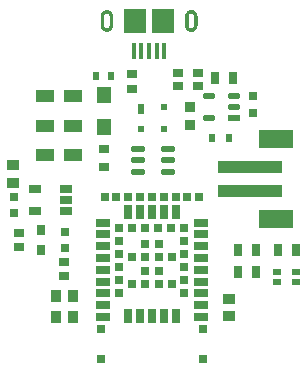
<source format=gtp>
G04*
G04 #@! TF.GenerationSoftware,Altium Limited,Altium Designer,20.2.6 (244)*
G04*
G04 Layer_Color=8421504*
%FSLAX25Y25*%
%MOIN*%
G70*
G04*
G04 #@! TF.SameCoordinates,8D702C91-D224-4EEC-953A-651AC819B964*
G04*
G04*
G04 #@! TF.FilePolarity,Positive*
G04*
G01*
G75*
%ADD13R,0.02362X0.03543*%
%ADD14R,0.02362X0.01968*%
%ADD15R,0.03543X0.03150*%
%ADD16R,0.01575X0.05512*%
%ADD17R,0.03150X0.03543*%
%ADD18R,0.06299X0.03937*%
%ADD19R,0.03543X0.03150*%
%ADD20R,0.04803X0.05512*%
%ADD21R,0.02953X0.03937*%
%ADD22R,0.04528X0.02756*%
%ADD23R,0.02756X0.04528*%
%ADD24R,0.02756X0.04528*%
%ADD25R,0.02756X0.02756*%
%ADD26R,0.04088X0.02118*%
G04:AMPARAMS|DCode=27|XSize=40.88mil|YSize=21.18mil|CornerRadius=10.59mil|HoleSize=0mil|Usage=FLASHONLY|Rotation=180.000|XOffset=0mil|YOffset=0mil|HoleType=Round|Shape=RoundedRectangle|*
%AMROUNDEDRECTD27*
21,1,0.04088,0.00000,0,0,180.0*
21,1,0.01970,0.02118,0,0,180.0*
1,1,0.02118,-0.00985,0.00000*
1,1,0.02118,0.00985,0.00000*
1,1,0.02118,0.00985,0.00000*
1,1,0.02118,-0.00985,0.00000*
%
%ADD27ROUNDEDRECTD27*%
%ADD28R,0.03591X0.03772*%
%ADD29R,0.21654X0.03937*%
%ADD30R,0.11811X0.06299*%
%ADD31R,0.07480X0.07874*%
%ADD32R,0.02756X0.02756*%
%ADD33R,0.02362X0.03150*%
%ADD34R,0.03150X0.02165*%
%ADD35R,0.02362X0.03150*%
%ADD36R,0.03197X0.02987*%
G04:AMPARAMS|DCode=37|XSize=43.31mil|YSize=23.62mil|CornerRadius=2.01mil|HoleSize=0mil|Usage=FLASHONLY|Rotation=180.000|XOffset=0mil|YOffset=0mil|HoleType=Round|Shape=RoundedRectangle|*
%AMROUNDEDRECTD37*
21,1,0.04331,0.01961,0,0,180.0*
21,1,0.03929,0.02362,0,0,180.0*
1,1,0.00402,-0.01965,0.00980*
1,1,0.00402,0.01965,0.00980*
1,1,0.00402,0.01965,-0.00980*
1,1,0.00402,-0.01965,-0.00980*
%
%ADD37ROUNDEDRECTD37*%
G04:AMPARAMS|DCode=38|XSize=47.64mil|YSize=23.23mil|CornerRadius=5.81mil|HoleSize=0mil|Usage=FLASHONLY|Rotation=180.000|XOffset=0mil|YOffset=0mil|HoleType=Round|Shape=RoundedRectangle|*
%AMROUNDEDRECTD38*
21,1,0.04764,0.01161,0,0,180.0*
21,1,0.03602,0.02323,0,0,180.0*
1,1,0.01161,-0.01801,0.00581*
1,1,0.01161,0.01801,0.00581*
1,1,0.01161,0.01801,-0.00581*
1,1,0.01161,-0.01801,-0.00581*
%
%ADD38ROUNDEDRECTD38*%
%ADD39R,0.02756X0.02559*%
%ADD40R,0.04134X0.03543*%
%ADD41R,0.03543X0.02953*%
%ADD42R,0.03858X0.03425*%
%ADD43R,0.03740X0.04134*%
G36*
X-14141Y120489D02*
X-14033Y120481D01*
X-13926Y120466D01*
X-13820Y120447D01*
X-13715Y120421D01*
X-13611Y120391D01*
X-13509Y120354D01*
X-13409Y120313D01*
X-13311Y120267D01*
X-13216Y120215D01*
X-13124Y120158D01*
X-13035Y120097D01*
X-12949Y120031D01*
X-12867Y119961D01*
X-12788Y119886D01*
X-12713Y119808D01*
X-12643Y119726D01*
X-12577Y119640D01*
X-12516Y119551D01*
X-12460Y119458D01*
X-12408Y119363D01*
X-12361Y119266D01*
X-12320Y119166D01*
X-12284Y119064D01*
X-12253Y118960D01*
X-12228Y118855D01*
X-12208Y118748D01*
X-12194Y118641D01*
X-12185Y118533D01*
X-12183Y118425D01*
Y116850D01*
Y115275D01*
X-12185Y115167D01*
X-12194Y115059D01*
X-12208Y114952D01*
X-12228Y114846D01*
X-12253Y114740D01*
X-12284Y114637D01*
X-12320Y114535D01*
X-12361Y114435D01*
X-12408Y114337D01*
X-12460Y114242D01*
X-12516Y114150D01*
X-12577Y114060D01*
X-12643Y113974D01*
X-12713Y113892D01*
X-12788Y113814D01*
X-12867Y113739D01*
X-12949Y113669D01*
X-13035Y113603D01*
X-13124Y113542D01*
X-13216Y113485D01*
X-13311Y113434D01*
X-13409Y113387D01*
X-13509Y113346D01*
X-13611Y113310D01*
X-13715Y113279D01*
X-13820Y113253D01*
X-13926Y113234D01*
X-14033Y113220D01*
X-14141Y113211D01*
X-14250Y113208D01*
X-14358Y113211D01*
X-14466Y113220D01*
X-14573Y113234D01*
X-14679Y113253D01*
X-14785Y113279D01*
X-14888Y113310D01*
X-14990Y113346D01*
X-15090Y113387D01*
X-15188Y113434D01*
X-15283Y113485D01*
X-15375Y113542D01*
X-15464Y113603D01*
X-15550Y113669D01*
X-15633Y113739D01*
X-15711Y113814D01*
X-15786Y113892D01*
X-15856Y113974D01*
X-15922Y114060D01*
X-15983Y114150D01*
X-16039Y114242D01*
X-16091Y114337D01*
X-16138Y114435D01*
X-16179Y114535D01*
X-16215Y114637D01*
X-16246Y114740D01*
X-16271Y114846D01*
X-16291Y114952D01*
X-16305Y115059D01*
X-16314Y115167D01*
X-16317Y115275D01*
Y116850D01*
Y118425D01*
X-16314Y118533D01*
X-16305Y118641D01*
X-16291Y118748D01*
X-16271Y118855D01*
X-16246Y118960D01*
X-16215Y119064D01*
X-16179Y119166D01*
X-16138Y119266D01*
X-16091Y119363D01*
X-16039Y119458D01*
X-15983Y119551D01*
X-15922Y119640D01*
X-15856Y119726D01*
X-15786Y119808D01*
X-15711Y119886D01*
X-15633Y119961D01*
X-15550Y120031D01*
X-15464Y120097D01*
X-15375Y120158D01*
X-15283Y120215D01*
X-15188Y120267D01*
X-15090Y120313D01*
X-14990Y120354D01*
X-14888Y120391D01*
X-14785Y120421D01*
X-14679Y120447D01*
X-14573Y120466D01*
X-14466Y120481D01*
X-14358Y120489D01*
X-14250Y120492D01*
X-14141Y120489D01*
D02*
G37*
G36*
X14008D02*
X14116Y120481D01*
X14223Y120466D01*
X14330Y120447D01*
X14435Y120421D01*
X14539Y120391D01*
X14641Y120354D01*
X14741Y120313D01*
X14838Y120267D01*
X14933Y120215D01*
X15026Y120158D01*
X15115Y120097D01*
X15201Y120031D01*
X15283Y119961D01*
X15362Y119886D01*
X15436Y119808D01*
X15506Y119726D01*
X15572Y119640D01*
X15633Y119551D01*
X15690Y119458D01*
X15742Y119363D01*
X15788Y119266D01*
X15830Y119166D01*
X15866Y119064D01*
X15897Y118960D01*
X15922Y118855D01*
X15942Y118748D01*
X15956Y118641D01*
X15964Y118533D01*
X15967Y118425D01*
Y116850D01*
Y115275D01*
X15964Y115167D01*
X15956Y115059D01*
X15942Y114952D01*
X15922Y114846D01*
X15897Y114740D01*
X15866Y114637D01*
X15830Y114535D01*
X15788Y114435D01*
X15742Y114337D01*
X15690Y114242D01*
X15633Y114150D01*
X15572Y114060D01*
X15506Y113974D01*
X15436Y113892D01*
X15362Y113814D01*
X15283Y113739D01*
X15201Y113669D01*
X15115Y113603D01*
X15026Y113542D01*
X14933Y113485D01*
X14838Y113434D01*
X14741Y113387D01*
X14641Y113346D01*
X14539Y113310D01*
X14435Y113279D01*
X14330Y113253D01*
X14223Y113234D01*
X14116Y113220D01*
X14008Y113211D01*
X13900Y113208D01*
X13792Y113211D01*
X13684Y113220D01*
X13577Y113234D01*
X13470Y113253D01*
X13365Y113279D01*
X13261Y113310D01*
X13159Y113346D01*
X13059Y113387D01*
X12962Y113434D01*
X12867Y113485D01*
X12774Y113542D01*
X12685Y113603D01*
X12599Y113669D01*
X12517Y113739D01*
X12438Y113814D01*
X12364Y113892D01*
X12294Y113974D01*
X12228Y114060D01*
X12167Y114150D01*
X12110Y114242D01*
X12058Y114337D01*
X12012Y114435D01*
X11970Y114535D01*
X11934Y114637D01*
X11904Y114740D01*
X11878Y114846D01*
X11859Y114952D01*
X11845Y115059D01*
X11836Y115167D01*
X11833Y115275D01*
Y116850D01*
Y118425D01*
X11836Y118533D01*
X11845Y118641D01*
X11859Y118748D01*
X11878Y118855D01*
X11904Y118960D01*
X11934Y119064D01*
X11970Y119166D01*
X12012Y119266D01*
X12058Y119363D01*
X12110Y119458D01*
X12167Y119551D01*
X12228Y119640D01*
X12294Y119726D01*
X12364Y119808D01*
X12438Y119886D01*
X12517Y119961D01*
X12599Y120031D01*
X12685Y120097D01*
X12774Y120158D01*
X12867Y120215D01*
X12962Y120267D01*
X13059Y120313D01*
X13159Y120354D01*
X13261Y120391D01*
X13365Y120421D01*
X13470Y120447D01*
X13577Y120466D01*
X13684Y120481D01*
X13792Y120489D01*
X13900Y120492D01*
X14008Y120489D01*
D02*
G37*
%LPC*%
G36*
X-14250Y119311D02*
X-14296Y119309D01*
X-14342Y119306D01*
X-14388Y119300D01*
X-14434Y119291D01*
X-14479Y119281D01*
X-14523Y119267D01*
X-14567Y119252D01*
X-14610Y119234D01*
X-14652Y119214D01*
X-14692Y119192D01*
X-14732Y119168D01*
X-14770Y119142D01*
X-14807Y119113D01*
X-14842Y119083D01*
X-14876Y119051D01*
X-14908Y119018D01*
X-14938Y118982D01*
X-14966Y118946D01*
X-14992Y118907D01*
X-15017Y118868D01*
X-15039Y118827D01*
X-15059Y118785D01*
X-15077Y118742D01*
X-15092Y118699D01*
X-15105Y118654D01*
X-15116Y118609D01*
X-15124Y118563D01*
X-15131Y118517D01*
X-15134Y118471D01*
X-15135Y118425D01*
Y116850D01*
Y115275D01*
X-15134Y115229D01*
X-15131Y115183D01*
X-15124Y115137D01*
X-15116Y115091D01*
X-15105Y115046D01*
X-15092Y115002D01*
X-15077Y114958D01*
X-15059Y114915D01*
X-15039Y114873D01*
X-15017Y114832D01*
X-14992Y114793D01*
X-14966Y114755D01*
X-14938Y114718D01*
X-14908Y114683D01*
X-14876Y114649D01*
X-14842Y114617D01*
X-14807Y114587D01*
X-14770Y114559D01*
X-14732Y114532D01*
X-14692Y114508D01*
X-14652Y114486D01*
X-14610Y114466D01*
X-14567Y114448D01*
X-14523Y114433D01*
X-14479Y114420D01*
X-14434Y114409D01*
X-14388Y114400D01*
X-14342Y114394D01*
X-14296Y114391D01*
X-14250Y114390D01*
X-14203Y114391D01*
X-14157Y114394D01*
X-14111Y114400D01*
X-14065Y114409D01*
X-14020Y114420D01*
X-13976Y114433D01*
X-13932Y114448D01*
X-13889Y114466D01*
X-13847Y114486D01*
X-13807Y114508D01*
X-13767Y114532D01*
X-13729Y114559D01*
X-13692Y114587D01*
X-13657Y114617D01*
X-13623Y114649D01*
X-13591Y114683D01*
X-13561Y114718D01*
X-13533Y114755D01*
X-13507Y114793D01*
X-13482Y114832D01*
X-13460Y114873D01*
X-13440Y114915D01*
X-13422Y114958D01*
X-13407Y115002D01*
X-13394Y115046D01*
X-13383Y115091D01*
X-13375Y115137D01*
X-13369Y115183D01*
X-13365Y115229D01*
X-13364Y115275D01*
Y116850D01*
Y118425D01*
X-13365Y118471D01*
X-13369Y118517D01*
X-13375Y118563D01*
X-13383Y118609D01*
X-13394Y118654D01*
X-13407Y118699D01*
X-13422Y118742D01*
X-13440Y118785D01*
X-13460Y118827D01*
X-13482Y118868D01*
X-13507Y118907D01*
X-13533Y118946D01*
X-13561Y118982D01*
X-13591Y119018D01*
X-13623Y119051D01*
X-13657Y119083D01*
X-13692Y119113D01*
X-13729Y119142D01*
X-13767Y119168D01*
X-13807Y119192D01*
X-13847Y119214D01*
X-13889Y119234D01*
X-13932Y119252D01*
X-13976Y119267D01*
X-14020Y119281D01*
X-14065Y119291D01*
X-14111Y119300D01*
X-14157Y119306D01*
X-14203Y119309D01*
X-14250Y119311D01*
D02*
G37*
G36*
X13900D02*
X13854Y119309D01*
X13807Y119306D01*
X13761Y119300D01*
X13716Y119291D01*
X13671Y119281D01*
X13626Y119267D01*
X13583Y119252D01*
X13540Y119234D01*
X13498Y119214D01*
X13457Y119192D01*
X13418Y119168D01*
X13379Y119142D01*
X13343Y119113D01*
X13307Y119083D01*
X13274Y119051D01*
X13242Y119018D01*
X13212Y118982D01*
X13183Y118946D01*
X13157Y118907D01*
X13133Y118868D01*
X13111Y118827D01*
X13091Y118785D01*
X13073Y118742D01*
X13058Y118699D01*
X13044Y118654D01*
X13034Y118609D01*
X13025Y118563D01*
X13019Y118517D01*
X13015Y118471D01*
X13014Y118425D01*
Y116850D01*
Y115275D01*
X13015Y115229D01*
X13019Y115183D01*
X13025Y115137D01*
X13034Y115091D01*
X13044Y115046D01*
X13058Y115002D01*
X13073Y114958D01*
X13091Y114915D01*
X13111Y114873D01*
X13133Y114832D01*
X13157Y114793D01*
X13183Y114755D01*
X13212Y114718D01*
X13242Y114683D01*
X13274Y114649D01*
X13307Y114617D01*
X13343Y114587D01*
X13379Y114559D01*
X13418Y114532D01*
X13457Y114508D01*
X13498Y114486D01*
X13540Y114466D01*
X13583Y114448D01*
X13626Y114433D01*
X13671Y114420D01*
X13716Y114409D01*
X13761Y114400D01*
X13807Y114394D01*
X13854Y114391D01*
X13900Y114390D01*
X13946Y114391D01*
X13993Y114394D01*
X14039Y114400D01*
X14084Y114409D01*
X14129Y114420D01*
X14174Y114433D01*
X14218Y114448D01*
X14260Y114466D01*
X14302Y114486D01*
X14343Y114508D01*
X14382Y114532D01*
X14421Y114559D01*
X14457Y114587D01*
X14493Y114617D01*
X14526Y114649D01*
X14558Y114683D01*
X14589Y114718D01*
X14617Y114755D01*
X14643Y114793D01*
X14667Y114832D01*
X14689Y114873D01*
X14709Y114915D01*
X14727Y114958D01*
X14742Y115002D01*
X14756Y115046D01*
X14766Y115091D01*
X14775Y115137D01*
X14781Y115183D01*
X14785Y115229D01*
X14786Y115275D01*
Y116850D01*
Y118425D01*
X14785Y118471D01*
X14781Y118517D01*
X14775Y118563D01*
X14766Y118609D01*
X14756Y118654D01*
X14742Y118699D01*
X14727Y118742D01*
X14709Y118785D01*
X14689Y118827D01*
X14667Y118868D01*
X14643Y118907D01*
X14617Y118946D01*
X14589Y118982D01*
X14558Y119018D01*
X14526Y119051D01*
X14493Y119083D01*
X14457Y119113D01*
X14421Y119142D01*
X14382Y119168D01*
X14343Y119192D01*
X14302Y119214D01*
X14260Y119234D01*
X14218Y119252D01*
X14174Y119267D01*
X14129Y119281D01*
X14084Y119291D01*
X14039Y119300D01*
X13993Y119306D01*
X13946Y119309D01*
X13900Y119311D01*
D02*
G37*
%LPD*%
D13*
X-2937Y87503D02*
D03*
D14*
X-2937Y80810D02*
D03*
X4937D02*
D03*
Y88290D02*
D03*
D15*
X16177Y95156D02*
D03*
X9484D02*
D03*
X16177Y99550D02*
D03*
X9484D02*
D03*
D16*
X4943Y106811D02*
D03*
X2384D02*
D03*
X-175D02*
D03*
X-2734D02*
D03*
X-5293D02*
D03*
D17*
X-36100Y40604D02*
D03*
Y47297D02*
D03*
D18*
X-25451Y91693D02*
D03*
Y81850D02*
D03*
Y72008D02*
D03*
X-34900D02*
D03*
Y81850D02*
D03*
Y91693D02*
D03*
D19*
X-15100Y74003D02*
D03*
Y68097D02*
D03*
D20*
X-15300Y92007D02*
D03*
Y81377D02*
D03*
D21*
X29547Y40350D02*
D03*
X35453D02*
D03*
X27753Y97850D02*
D03*
X21847D02*
D03*
X48653Y40450D02*
D03*
X42747D02*
D03*
X35453Y33250D02*
D03*
X29547D02*
D03*
D22*
X-15476Y49621D02*
D03*
Y45684D02*
D03*
Y41747D02*
D03*
Y37810D02*
D03*
Y33873D02*
D03*
Y29936D02*
D03*
Y25999D02*
D03*
Y22062D02*
D03*
Y18125D02*
D03*
X17004D02*
D03*
Y22062D02*
D03*
Y25999D02*
D03*
Y29936D02*
D03*
Y33873D02*
D03*
Y37810D02*
D03*
Y41747D02*
D03*
Y45684D02*
D03*
Y49621D02*
D03*
D23*
X764Y18420D02*
D03*
X-7110D02*
D03*
X-3173D02*
D03*
X4701D02*
D03*
X8638D02*
D03*
D24*
Y53263D02*
D03*
X4701D02*
D03*
X764D02*
D03*
X-3173D02*
D03*
X-7110D02*
D03*
D25*
X-10063Y47849D02*
D03*
Y43519D02*
D03*
Y39188D02*
D03*
Y34857D02*
D03*
Y30527D02*
D03*
Y26196D02*
D03*
X11591D02*
D03*
Y30527D02*
D03*
Y34857D02*
D03*
Y39188D02*
D03*
Y43519D02*
D03*
Y47849D02*
D03*
X7260D02*
D03*
X2929D02*
D03*
X-1402D02*
D03*
X-5732D02*
D03*
X16512Y58086D02*
D03*
X12575D02*
D03*
X8638D02*
D03*
X4701D02*
D03*
X764D02*
D03*
X-3173D02*
D03*
X-7110D02*
D03*
X-11047D02*
D03*
X-14984D02*
D03*
X-1500Y42633D02*
D03*
X3028D02*
D03*
X-6027Y38105D02*
D03*
X-1500D02*
D03*
X3028D02*
D03*
X7555D02*
D03*
X-1500Y33578D02*
D03*
X3028D02*
D03*
X-6027Y29050D02*
D03*
X-1500D02*
D03*
X3028D02*
D03*
X7555D02*
D03*
X-16362Y14188D02*
D03*
X17890D02*
D03*
X-16362Y4149D02*
D03*
X17890D02*
D03*
D26*
X28098Y84410D02*
D03*
D27*
Y88150D02*
D03*
Y91890D02*
D03*
X19702D02*
D03*
Y84410D02*
D03*
D28*
X13400Y88012D02*
D03*
Y82288D02*
D03*
D29*
X33342Y60113D02*
D03*
Y67987D02*
D03*
D30*
X42200Y50664D02*
D03*
Y77436D02*
D03*
D31*
X4550Y116850D02*
D03*
X-4899D02*
D03*
D32*
X34600Y86294D02*
D03*
Y91806D02*
D03*
D33*
X26354Y77950D02*
D03*
X20646D02*
D03*
D34*
X48650Y29678D02*
D03*
Y33222D02*
D03*
X42351D02*
D03*
Y29678D02*
D03*
D35*
X-17859Y98650D02*
D03*
X-12741D02*
D03*
D36*
X-28400Y31683D02*
D03*
Y36617D02*
D03*
X-43500Y41383D02*
D03*
Y46317D02*
D03*
D37*
X-38218Y53410D02*
D03*
Y60890D02*
D03*
X-27982D02*
D03*
Y57150D02*
D03*
Y53410D02*
D03*
D38*
X6025Y66610D02*
D03*
Y70350D02*
D03*
Y74090D02*
D03*
X-3857Y66610D02*
D03*
Y70350D02*
D03*
Y74090D02*
D03*
D39*
X-45200Y58108D02*
D03*
Y52793D02*
D03*
X-28200Y41193D02*
D03*
Y46508D02*
D03*
D40*
X26300Y24304D02*
D03*
Y18596D02*
D03*
D41*
X-5900Y94288D02*
D03*
Y99012D02*
D03*
D42*
X-45500Y68921D02*
D03*
Y62779D02*
D03*
D43*
X-25500Y25050D02*
D03*
X-31209D02*
D03*
X-25500Y18050D02*
D03*
X-31209D02*
D03*
M02*

</source>
